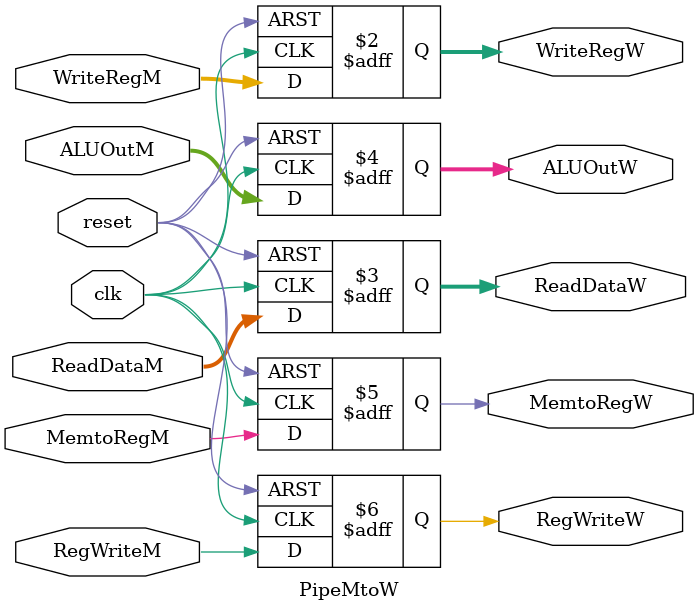
<source format=sv>
`timescale 1ns / 1ps
module PipeMtoW(input logic clk, reset, MemtoRegM, RegWriteM,
		input logic [31:0] ReadDataM, ALUOutM,
		input logic [4:0] WriteRegM,
		output logic [4:0] WriteRegW,
		output logic [31:0] ReadDataW, ALUOutW,
		output logic MemtoRegW, RegWriteW);

		always_ff @(posedge clk, posedge reset)
		begin
		
			if(reset) begin
				
				MemtoRegW <= 0;
				RegWriteW <= 0;
				ReadDataW <= 0;
				ALUOutW <= 0;
				WriteRegW <= 0;
			end
			else begin 
				
				MemtoRegW <= MemtoRegM;
				RegWriteW <= RegWriteM;
				ReadDataW <= ReadDataM;
				ALUOutW <= ALUOutM;
				WriteRegW <= WriteRegM;
			end
		end           
endmodule
</source>
